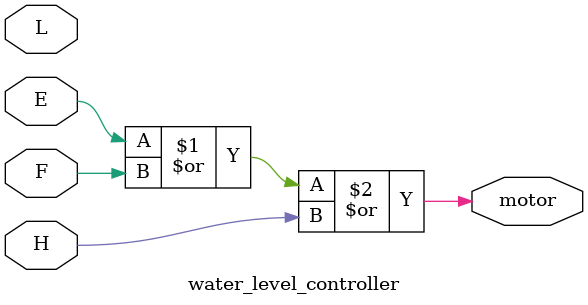
<source format=v>
module water_level_controller (
  input wire E, F, H, L,
  output wire motor
);

  assign motor = E | F | H;  // Motor ON if any of these are high

endmodule

</source>
